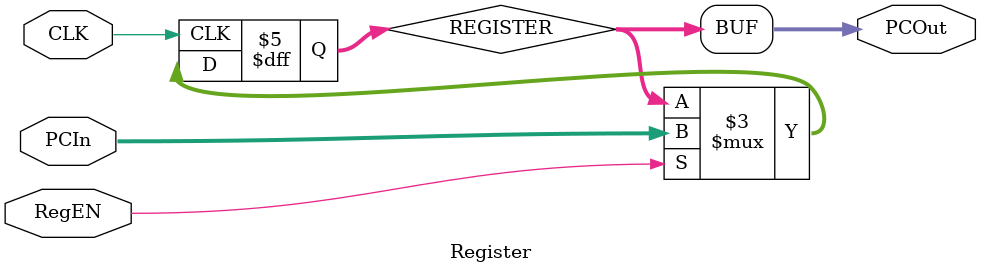
<source format=v>
`timescale 1ns / 1ps


module Register#(parameter Size = 32) (
    input CLK,
    input RegEN,
    input [Size-1:0] PCIn,
    output [Size-1:0] PCOut
    );
    reg [Size-1:0] REGISTER = 0;
    always @(posedge CLK) if(RegEN) REGISTER <= PCIn;
    assign PCOut = REGISTER;
endmodule

</source>
